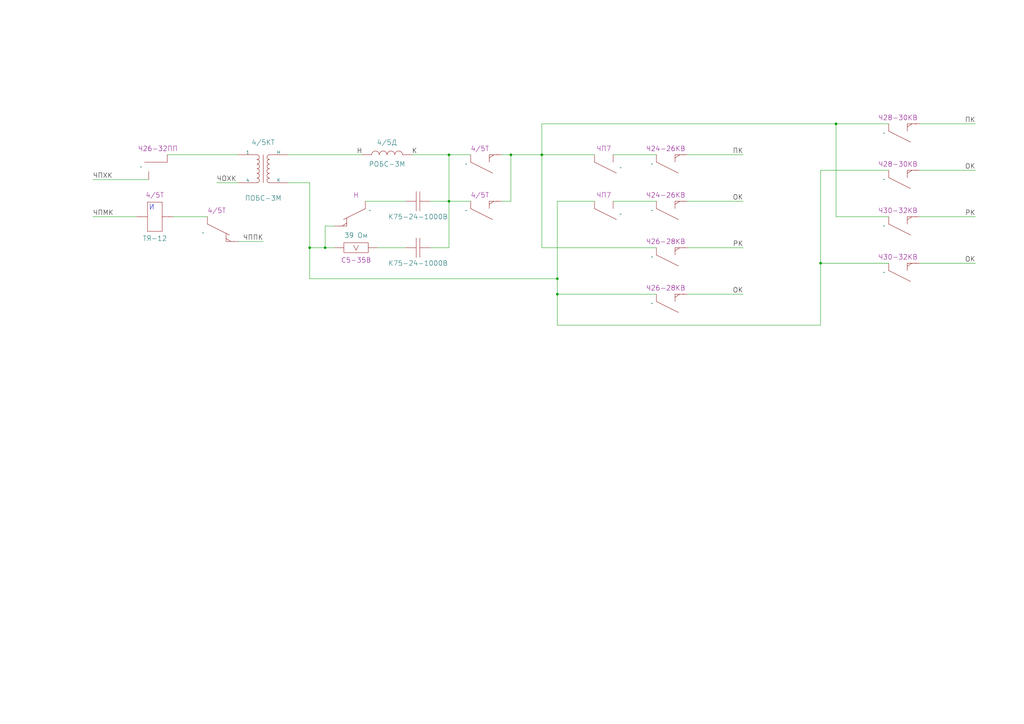
<source format=kicad_sch>
(kicad_sch (version 20231120) (generator "eeschema") (generator_version "8.0")
  (paper "A3")
  (title_block (title "Станция А") (company "МКТ РУТ (МИИТ)") (comment 1 "КП 27.02.03.03.000 ГЧ") (comment 2 "Сафранович") (comment 3 "Бузунова"))
  (lib_symbols
    (symbol "Blocks:ПТ/ПОБС" (pin_numbers hide) (pin_names (offset 0))
      (property "Reference" "ИПТ" (at 0 10.16 0))
      (property "Value" "ПТ/ПОБС" (at 0 -12.7 0))
      (symbol "ПТ/ПОБС_0_1"
        (arc (start -2.54 -6.35) (mid -1.5736 -5.3975) (end -2.54 -4.445))
        (arc (start -2.54 -4.445) (mid -1.5736 -3.4925) (end -2.54 -2.54))
        (arc (start -2.54 -2.54) (mid -1.5736 -1.5875) (end -2.54 -0.635))
        (arc (start -2.54 -0.635) (mid -1.5048 0.3175) (end -2.54 1.27))
        (arc (start -2.54 1.27) (mid -1.5428 2.2225) (end -2.54 3.175))
        (arc (start -2.54 3.175) (mid -1.5875 4.1275) (end -2.54 5.08))
        (polyline (pts (xy 0 -6.35) (xy 0 5.08)))
        (arc (start 2.54 -4.445) (mid 1.5452 -5.3975) (end 2.54 -6.35))
        (arc (start 2.54 -2.54) (mid 1.5452 -3.4925) (end 2.54 -4.445))
        (arc (start 2.54 -0.635) (mid 1.4998 -1.5875) (end 2.54 -2.54))
        (arc (start 2.54 1.27) (mid 1.5736 0.3175) (end 2.54 -0.635))
        (arc (start 2.54 3.175) (mid 1.5875 2.2225) (end 2.54 1.27))
        (arc (start 2.54 5.08) (mid 1.5633 4.1275) (end 2.54 3.175))
      )
      (symbol "ПТ/ПОБС_1_1"
        (pin passive line (at -10.16 5.08 0) (length 7.62) (name "1") (number "1"))
        (pin passive line (at -10.16 -6.35 0) (length 7.62) (name "4") (number "2"))
        (pin passive line (at 10.16 5.08 180) (length 7.62) (name "Н") (number "3"))
        (pin passive line (at 10.16 -6.35 180) (length 7.62) (name "К") (number "7"))
      )
    )
    (symbol "Device_GOST:C" (pin_numbers hide) (pin_names (offset 0) hide)
      (property "Reference" "C" (at 0.635 2.54 0))
      (property "Value" "C" (at 0.635 -3.175 0))
      (symbol "C_0_1"
        (polyline (pts (xy -3.9878 -0.762) (xy 3.9878 -0.762)))
        (polyline (pts (xy -3.9878 0.762) (xy 3.9878 0.762)))
      )
      (symbol "C_1_1"
        (pin passive line (at 0 5.08 270) (length 4.318) (name "~") (number "1"))
        (pin passive line (at 0 -5.08 90) (length 4.318) (name "~") (number "2"))
      )
    )
    (symbol "Device_GOST:L_INDUCTOR" (pin_numbers hide) (pin_names (offset 0) hide)
      (property "Reference" "L" (at 0 3.81 0))
      (property "Value" "L_INDUCTOR" (at 0 -2.54 0))
      (symbol "L_INDUCTOR_0_1"
        (arc (start -3.175 0) (mid -4.7498 1.5748) (end -6.35 0))
        (arc (start 0 0) (mid -1.5748 1.5748) (end -3.175 0))
        (arc (start 3.175 0) (mid 1.6002 1.5748) (end 0 0))
        (arc (start 6.35 0) (mid 4.7752 1.5748) (end 3.175 0))
      )
      (symbol "L_INDUCTOR_1_1"
        (pin passive line (at -10.16 0 0) (length 3.81) (name "~") (number "1"))
        (pin passive line (at 10.16 0 180) (length 3.81) (name "~") (number "2"))
      )
    )
    (symbol "Device_GOST:R_5W" (pin_numbers hide) (pin_names (offset 0) hide)
      (property "Reference" "R" (at 0 3.81 0))
      (property "Value" "R_5W" (at 0 -3.81 0))
      (symbol "R_5W_0_1"
        (rectangle (start -5.0038 2.0066) (end 5.0038 -2.0066))
        (polyline (pts (xy -1.016 1.016) (xy 0 -1.016)))
        (polyline (pts (xy 1.016 1.016) (xy 0 -1.016)))
      )
      (symbol "R_5W_1_1"
        (pin passive line (at -8.89 0 0) (length 3.8862) (name "~") (number "1"))
        (pin passive line (at 8.89 0 180) (length 3.8862) (name "~") (number "2"))
      )
    )
    (symbol "SCB_Relay:Кодовое" (pin_numbers hide) (pin_names (offset 0.002) hide)
      (property "Value" "КДРШ" (at 0 -8.89 0))
      (property "Обозначение реле" "К" (at 0 8.89 0))
      (symbol "Кодовое_0_1"
        (rectangle (start -3 6) (end 3 -6))
      )
      (symbol "Кодовое_1_1"
        (polyline (pts (xy -3 0) (xy -6 0)))
        (polyline (pts (xy 3 0) (xy 6 0)))
        (pin power_in line (at -7.62 0 0) (length 2) (name "") (number "1"))
        (pin power_in line (at 7.62 0 180) (length 2) (name "") (number "4"))
      )
      (symbol "Кодовое_2_1"
        (rectangle (start -3 -6) (end 3 -12))
        (polyline (pts (xy -2 -11) (xy -1 -11) (xy 1.5 -7) (xy 2.5 -7)))
        (pin power_in line (at -8 0 0) (length 5) (name "") (number "1"))
        (pin power_in line (at 8 0 180) (length 5) (name "") (number "4"))
      )
      (symbol "Кодовое_3_1"
        (rectangle (start -3 -6) (end 3 -12))
        (polyline (pts (xy -3 -6) (xy 3 -12)))
        (polyline (pts (xy 3 -6) (xy -3 -12)))
        (pin power_in line (at -8 0 0) (length 5) (name "") (number "1"))
        (pin power_in line (at 8 0 180) (length 5) (name "") (number "4"))
      )
      (symbol "Кодовое_4_1"
        (rectangle (start -3 -6) (end 3 -12))
        (polyline (pts (xy 3 -6) (xy -3 -12)))
        (pin power_in line (at -8 0 0) (length 5) (name "") (number "1"))
        (pin power_in line (at 8 0 180) (length 5) (name "") (number "4"))
      )
      (symbol "Кодовое_5_1"
        (rectangle (start -3 -6) (end 3 -12))
        (polyline (pts (xy -2 -10) (xy -2 -8)))
        (polyline (pts (xy -2 -9) (xy 2 -9)))
        (polyline (pts (xy 2 -10) (xy 2 -8)))
        (pin power_in line (at -8 0 0) (length 5) (name "") (number "1"))
        (pin power_in line (at 8 0 180) (length 5) (name "") (number "4"))
      )
    )
    (symbol "SCB_Relay:Контакт_нейтрального_якоря" (pin_numbers hide) (pin_names hide)
      (property "Обозначение реле" "Н" (at 0 2.54 0))
      (symbol "Контакт_нейтрального_якоря_0_1"
        (polyline (pts (xy -3.81 -3) (xy 5.19 -7.5)))
        (pin bidirectional line (at -3.81 0 270) (length 3) (name "") (number "1"))
      )
      (symbol "Контакт_нейтрального_якоря_1_1"
        (pin bidirectional line (at 3.81 0 270) (length 3) (name "") (number "2"))
        (pin bidirectional line (at 3.81 -10.16 90) (length 3.3) (name "") (number "3"))
      )
      (symbol "Контакт_нейтрального_якоря_2_1"
        (pin bidirectional line (at 3.81 -10.16 90) (length 3.3) (name "") (number "3"))
      )
      (symbol "Контакт_нейтрального_якоря_3_1"
        (pin bidirectional line (at 3.81 0 270) (length 3) (name "") (number "2"))
      )
      (symbol "Контакт_нейтрального_якоря_4_1"
        (polyline (pts (xy 3.81 -10.16) (xy 7.62 -10.16)))
        (polyline (pts (xy 3.81 -8.89) (xy 5.715 -10.16)))
        (polyline (pts (xy 3.81 -6.858) (xy 3.81 -10.16)))
        (polyline (pts (xy 3.81 -1.27) (xy 5.715 0)))
        (polyline (pts (xy 3.81 0) (xy 3.81 -3)))
        (polyline (pts (xy 3.81 0) (xy 7.62 0)))
        (pin bidirectional line (at -3.81 0 270) (length 3) (name "") (number "1"))
        (pin bidirectional line (at 8.89 0 180) (length 2) (name "") (number "2"))
        (pin bidirectional line (at 8.89 -10.16 180) (length 2) (name "") (number "3"))
      )
      (symbol "Контакт_нейтрального_якоря_5_1"
        (polyline (pts (xy 3.81 -1.27) (xy 5.715 0)))
        (polyline (pts (xy 3.81 0) (xy 3.81 -3)))
        (polyline (pts (xy 3.81 0) (xy 7.62 0)))
        (pin bidirectional line (at 8.89 0 180) (length 2) (name "") (number "2"))
      )
      (symbol "Контакт_нейтрального_якоря_6_1"
        (polyline (pts (xy 3.81 -8.89) (xy 5.715 -10.16)))
        (polyline (pts (xy 3.81 -6.858) (xy 3.81 -10.16) (xy 6.985 -10.16)))
        (pin bidirectional line (at 8.89 -10.16 180) (length 2) (name "") (number "3"))
      )
      (symbol "Контакт_нейтрального_якоря_7_1"
        (polyline (pts (xy 11.43 0) (xy 3.81 0) (xy 3.81 -3)))
        (polyline (pts (xy 3.81 0) (xy 5.5 1) (xy 8.5 -1) (xy 10 0)))
        (pin bidirectional line (at 12.7 0 180) (length 2) (name "") (number "2"))
        (pin bidirectional line (at 3.81 -10.16 90) (length 3.3) (name "") (number "3"))
      )
      (symbol "Контакт_нейтрального_якоря_8_1"
        (arc (start 5.5 -7.5) (mid 6.5355 -5) (end 5.5 -2.5))
        (pin bidirectional line (at 3.81 0 270) (length 3) (name "") (number "2"))
        (pin bidirectional line (at 3.81 -10.16 90) (length 3.3) (name "") (number "3"))
      )
      (symbol "Контакт_нейтрального_якоря_9_1"
        (polyline (pts (xy -3.5 -4.5) (xy -2.5 -5) (xy -2.25 -4.5)))
        (polyline (pts (xy 1.25 -6.5) (xy 1 -7) (xy 2 -7.5)))
        (arc (start 1.25 -6.5) (mid 0.5225 -3.7106) (end -2.25 -4.5))
        (pin bidirectional line (at 3.81 0 270) (length 3) (name "") (number "2"))
        (pin bidirectional line (at 3.81 -10.16 90) (length 3.3) (name "") (number "3"))
      )
      (symbol "Контакт_нейтрального_якоря_10_1"
        (polyline (pts (xy -3.5 -4.5) (xy -2.5 -5) (xy -2.25 -4.5)))
        (polyline (pts (xy 1.25 -6.5) (xy 1 -7) (xy 2 -7.5)))
        (arc (start 1.25 -6.5) (mid 0.5225 -3.7106) (end -2.25 -4.5))
        (pin bidirectional line (at 3.81 -10.16 90) (length 3.3) (name "") (number "3"))
      )
      (symbol "Контакт_нейтрального_якоря_11_1"
        (polyline (pts (xy -3.5 -4.5) (xy -2.5 -5) (xy -2.25 -4.5)))
        (polyline (pts (xy 1.25 -6.5) (xy 1 -7) (xy 2 -7.5)))
        (arc (start 1.25 -6.5) (mid 0.5225 -3.7106) (end -2.25 -4.5))
        (pin bidirectional line (at 3.81 0 270) (length 3) (name "") (number "2"))
      )
    )
    (symbol "SCB_Relay:Контакт_нейтрального_якоря_НЗ" (pin_numbers hide) (pin_names hide)
      (property "Обозначение реле" "Н" (at 0 2.54 0))
      (symbol "Контакт_нейтрального_якоря_НЗ_0_1"
        (polyline (pts (xy -3.81 -3) (xy 5.5 -3)))
        (pin bidirectional line (at -3.81 0 270) (length 3) (name "") (number "1"))
      )
      (symbol "Контакт_нейтрального_якоря_НЗ_1_1"
        (pin bidirectional line (at 3.81 0 270) (length 3) (name "") (number "2"))
        (pin bidirectional line (at 3.81 -10.16 90) (length 3.3) (name "") (number "3"))
      )
      (symbol "Контакт_нейтрального_якоря_НЗ_2_1"
        (pin bidirectional line (at 3.81 -10.16 90) (length 3.3) (name "") (number "3"))
      )
      (symbol "Контакт_нейтрального_якоря_НЗ_3_1"
        (pin bidirectional line (at 3.81 0 270) (length 3) (name "") (number "2"))
      )
      (symbol "Контакт_нейтрального_якоря_НЗ_4_1"
        (polyline (pts (xy 3.81 -10.16) (xy 7.62 -10.16)))
        (polyline (pts (xy 3.81 -8.89) (xy 5.715 -10.16)))
        (polyline (pts (xy 3.81 -6.858) (xy 3.81 -10.16)))
        (polyline (pts (xy 3.81 -1.27) (xy 5.715 0)))
        (polyline (pts (xy 3.81 0) (xy 3.81 -3)))
        (polyline (pts (xy 3.81 0) (xy 7.62 0)))
        (pin bidirectional line (at -3.81 0 270) (length 3) (name "") (number "1"))
        (pin bidirectional line (at 8.89 0 180) (length 2) (name "") (number "2"))
        (pin bidirectional line (at 8.89 -10.16 180) (length 2) (name "") (number "3"))
      )
      (symbol "Контакт_нейтрального_якоря_НЗ_5_1"
        (polyline (pts (xy 3.81 -1.27) (xy 5.715 0)))
        (polyline (pts (xy 3.81 0) (xy 3.81 -3)))
        (polyline (pts (xy 3.81 0) (xy 7.62 0)))
        (pin bidirectional line (at 8.89 0 180) (length 2) (name "") (number "2"))
      )
      (symbol "Контакт_нейтрального_якоря_НЗ_6_1"
        (polyline (pts (xy 3.81 -8.89) (xy 5.715 -10.16)))
        (polyline (pts (xy 3.81 -6.858) (xy 3.81 -10.16) (xy 6.985 -10.16)))
        (pin bidirectional line (at 8.89 -10.16 180) (length 2) (name "") (number "3"))
      )
      (symbol "Контакт_нейтрального_якоря_НЗ_7_1"
        (polyline (pts (xy 11.43 0) (xy 3.81 0) (xy 3.81 -3)))
        (polyline (pts (xy 3.81 0) (xy 5.5 1) (xy 8.5 -1) (xy 10 0)))
        (pin bidirectional line (at 12.7 0 180) (length 2) (name "") (number "2"))
        (pin bidirectional line (at 3.81 -10.16 90) (length 3.3) (name "") (number "3"))
      )
      (symbol "Контакт_нейтрального_якоря_НЗ_8_1"
        (arc (start 5.5 -7.5) (mid 6.5355 -5) (end 5.5 -2.5))
        (pin bidirectional line (at 3.81 0 270) (length 3) (name "") (number "2"))
        (pin bidirectional line (at 3.81 -10.16 90) (length 3.3) (name "") (number "3"))
      )
    )
  )
  (junction (at 336.55 107.95))
  (junction (at 228.6 114.3))
  (junction (at 342.9 50.8))
  (junction (at 127 101.6))
  (junction (at 184.15 63.5))
  (junction (at 209.55 63.5))
  (junction (at 184.15 82.55))
  (junction (at 133.35 101.6))
  (junction (at 228.6 120.65))
  (junction (at 222.25 63.5))
  (wire (pts (xy 97.79 99.06) (xy 107.95 99.06)))
  (wire (pts (xy 281.94 63.5) (xy 304.8 63.5)))
  (wire (pts (xy 377.19 107.95) (xy 400.05 107.95)))
  (wire (pts (xy 281.94 82.55) (xy 304.8 82.55)))
  (wire (pts (xy 71.12 88.9) (xy 85.09 88.9)))
  (wire (pts (xy 281.94 120.65) (xy 304.8 120.65)))
  (wire (pts (xy 118.11 74.93) (xy 127 74.93)))
  (wire (pts (xy 222.25 50.8) (xy 342.9 50.8)))
  (wire (pts (xy 137.16 101.6) (xy 133.35 101.6)))
  (wire (pts (xy 184.15 63.5) (xy 193.04 63.5)))
  (wire (pts (xy 168.91 63.5) (xy 184.15 63.5)))
  (wire (pts (xy 209.55 63.5) (xy 222.25 63.5)))
  (wire (pts (xy 127 114.3) (xy 228.6 114.3)))
  (wire (pts (xy 251.46 63.5) (xy 269.24 63.5)))
  (wire (pts (xy 336.55 69.85) (xy 336.55 107.95)))
  (wire (pts (xy 377.19 69.85) (xy 400.05 69.85)))
  (wire (pts (xy 68.58 63.5) (xy 97.79 63.5)))
  (wire (pts (xy 184.15 63.5) (xy 184.15 82.55)))
  (wire (pts (xy 336.55 107.95) (xy 364.49 107.95)))
  (wire (pts (xy 38.1 73.66) (xy 60.96 73.66)))
  (wire (pts (xy 127 101.6) (xy 127 114.3)))
  (wire (pts (xy 133.35 101.6) (xy 133.35 92.71)))
  (wire (pts (xy 377.19 88.9) (xy 400.05 88.9)))
  (wire (pts (xy 205.74 63.5) (xy 209.55 63.5)))
  (wire (pts (xy 222.25 63.5) (xy 222.25 50.8)))
  (wire (pts (xy 228.6 82.55) (xy 243.84 82.55)))
  (wire (pts (xy 118.11 63.5) (xy 148.59 63.5)))
  (wire (pts (xy 133.35 92.71) (xy 137.16 92.71)))
  (wire (pts (xy 176.53 82.55) (xy 184.15 82.55)))
  (wire (pts (xy 149.86 82.55) (xy 166.37 82.55)))
  (wire (pts (xy 342.9 50.8) (xy 364.49 50.8)))
  (wire (pts (xy 377.19 50.8) (xy 400.05 50.8)))
  (wire (pts (xy 127 101.6) (xy 133.35 101.6)))
  (wire (pts (xy 222.25 63.5) (xy 222.25 101.6)))
  (wire (pts (xy 209.55 82.55) (xy 209.55 63.5)))
  (wire (pts (xy 342.9 88.9) (xy 364.49 88.9)))
  (wire (pts (xy 154.94 101.6) (xy 166.37 101.6)))
  (wire (pts (xy 336.55 107.95) (xy 336.55 133.35)))
  (wire (pts (xy 251.46 82.55) (xy 269.24 82.55)))
  (wire (pts (xy 228.6 114.3) (xy 228.6 82.55)))
  (wire (pts (xy 205.74 82.55) (xy 209.55 82.55)))
  (wire (pts (xy 228.6 114.3) (xy 228.6 120.65)))
  (wire (pts (xy 281.94 101.6) (xy 304.8 101.6)))
  (wire (pts (xy 228.6 120.65) (xy 269.24 120.65)))
  (wire (pts (xy 336.55 69.85) (xy 364.49 69.85)))
  (wire (pts (xy 222.25 101.6) (xy 269.24 101.6)))
  (wire (pts (xy 88.9 74.93) (xy 97.79 74.93)))
  (wire (pts (xy 38.1 88.9) (xy 55.88 88.9)))
  (wire (pts (xy 184.15 101.6) (xy 184.15 82.55)))
  (wire (pts (xy 193.04 82.55) (xy 184.15 82.55)))
  (wire (pts (xy 222.25 63.5) (xy 243.84 63.5)))
  (wire (pts (xy 228.6 120.65) (xy 228.6 133.35)))
  (wire (pts (xy 228.6 133.35) (xy 336.55 133.35)))
  (wire (pts (xy 127 74.93) (xy 127 101.6)))
  (wire (pts (xy 176.53 101.6) (xy 184.15 101.6)))
  (wire (pts (xy 342.9 50.8) (xy 342.9 88.9)))
  (text "И" (at 62.23 85.09 0) (effects (font (size 2 2))))
  (label "РК" (at 400.05 88.9 180) (effects (font (size 2 2))) (property "Netclass" "Цепь" (effects (hide yes))))
  (label "К" (at 168.91 63.5 0) (effects (font (size 2 2))))
  (label "РК" (at 304.8 101.6 180) (effects (font (size 2 2))) (property "Netclass" "Цепь" (effects (hide yes))))
  (label "ОК" (at 400.05 69.85 180) (effects (font (size 2 2))) (property "Netclass" "Цепь" (effects (hide yes))))
  (label "ЧППК" (at 107.95 99.06 180) (effects (font (size 2 2))) (property "Netclass" "Цепь" (effects (hide yes))))
  (label "ЧПМК" (at 38.1 88.9 0) (effects (font (size 2 2))) (property "Netclass" "Цепь" (effects (hide yes))))
  (label "ОК" (at 304.8 120.65 180) (effects (font (size 2 2))) (property "Netclass" "Цепь" (effects (hide yes))))
  (label "ПК" (at 304.8 63.5 180) (effects (font (size 2 2))) (property "Netclass" "Цепь" (effects (hide yes))))
  (label "ОК" (at 400.05 107.95 180) (effects (font (size 2 2))) (property "Netclass" "Цепь" (effects (hide yes))))
  (label "ЧОХК" (at 88.9 74.93 0) (effects (font (size 2 2))) (property "Netclass" "Цепь" (effects (hide yes))))
  (label "Н" (at 148.59 63.5 180) (effects (font (size 2 2))))
  (label "ПК" (at 400.05 50.8 180) (effects (font (size 2 2))) (property "Netclass" "Цепь" (effects (hide yes))))
  (label "ОК" (at 304.8 82.55 180) (effects (font (size 2 2))) (property "Netclass" "Цепь" (effects (hide yes))))
  (label "ЧПХК" (at 38.1 73.66 0) (effects (font (size 2 2))) (property "Netclass" "Цепь" (effects (hide yes))))
  (symbol (lib_id "SCB_Relay:Контакт_нейтрального_якоря") (at 368.3 88.9 0) (unit 5)
    (property "Reference" "Н111111" (effects (hide yes)))
    (property "Value" "~" (at 363.22 92.65 0) (effects (justify right)))
    (property "Обозначение реле" "Ч30-32КВ" (at 368.3 86.36 0) (effects (font (size 2 2))))
  )
  (symbol (lib_id "SCB_Relay:Контакт_нейтрального_якоря") (at 273.05 120.65 0) (unit 5)
    (property "Reference" "Н1116" (effects (hide yes)))
    (property "Value" "~" (at 267.97 124.4 0) (effects (justify right)))
    (property "Обозначение реле" "Ч26-28КВ" (at 273.05 118.11 0) (effects (font (size 2 2))))
  )
  (symbol (lib_id "SCB_Relay:Контакт_нейтрального_якоря") (at 196.85 82.55 0) (unit 5)
    (property "Reference" "Н111" (effects (hide yes)))
    (property "Value" "~" (at 191.77 86.3 0) (effects (justify right)))
    (property "Обозначение реле" "4/5Т" (at 196.85 80.01 0) (effects (font (size 2 2))))
  )
  (symbol (lib_id "SCB_Relay:Контакт_нейтрального_якоря") (at 247.65 82.55 0) (unit 3)
    (property "Reference" "Н113" (effects (hide yes)))
    (property "Value" "~" (at 254 87.8 0) (effects (justify left)))
    (property "Обозначение реле" "ЧП7" (at 247.65 80.01 0) (effects (font (size 2 2))))
  )
  (symbol (lib_id "SCB_Relay:Контакт_нейтрального_якоря") (at 273.05 101.6 0) (unit 5)
    (property "Reference" "Н1116" (effects (hide yes)))
    (property "Value" "~" (at 267.97 105.35 0) (effects (justify right)))
    (property "Обозначение реле" "Ч26-28КВ" (at 273.05 99.06 0) (effects (font (size 2 2))))
  )
  (symbol (lib_id "SCB_Relay:Контакт_нейтрального_якоря") (at 368.3 50.8 0) (unit 5)
    (property "Reference" "Н11112" (effects (hide yes)))
    (property "Value" "~" (at 363.22 54.55 0) (effects (justify right)))
    (property "Обозначение реле" "Ч28-30КВ" (at 368.3 48.26 0) (effects (font (size 2 2))))
  )
  (symbol (lib_id "SCB_Relay:Контакт_нейтрального_якоря") (at 368.3 107.95 0) (unit 5)
    (property "Reference" "Н111212" (effects (hide yes)))
    (property "Value" "~" (at 363.22 111.7 0) (effects (justify right)))
    (property "Обозначение реле" "Ч30-32КВ" (at 368.3 105.41 0) (effects (font (size 2 2))))
  )
  (symbol (lib_id "SCB_Relay:Контакт_нейтрального_якоря") (at 368.3 69.85 0) (unit 5)
    (property "Reference" "Н11122" (effects (hide yes)))
    (property "Value" "~" (at 363.22 73.6 0) (effects (justify right)))
    (property "Обозначение реле" "Ч28-30КВ" (at 368.3 67.31 0) (effects (font (size 2 2))))
  )
  (symbol (lib_id "Blocks:ПТ/ПОБС") (at 107.95 68.58 0) (unit 1)
    (property "Reference" "4/5КТ" (at 107.95 58.42 0) (effects (font (size 2 2))))
    (property "Value" "ПОБС-3М" (at 107.95 81.28 0) (effects (font (size 2 2))))
  )
  (symbol (lib_id "Device_GOST:C") (at 171.45 101.6 90) (mirror x) (unit 1)
    (property "Reference" "C34" (effects (hide yes)))
    (property "Value" "К75-24-1000В" (at 171.45 107.95 90) (effects (font (size 2.0066 2.0066))))
  )
  (symbol (lib_id "Device_GOST:R_5W") (at 146.05 101.6 0) (mirror y) (unit 1)
    (property "Reference" "R26" (effects (hide yes)))
    (property "Value" "39 Ом" (at 146.05 96.52 0) (effects (font (size 2.0066 2.0066))))
    (property "Тип" "C5-35В" (at 146.05 106.68 0) (effects (font (size 2 2))))
  )
  (symbol (lib_id "SCB_Relay:Контакт_нейтрального_якоря") (at 146.05 82.55 0) (mirror y) (unit 6)
    (property "Reference" "Н1111" (effects (hide yes)))
    (property "Value" "~" (at 151.13 86.3 0) (effects (justify right)))
    (property "Обозначение реле" "Н" (at 146.05 80.01 0) (effects (font (size 2 2))))
  )
  (symbol (lib_id "SCB_Relay:Контакт_нейтрального_якоря") (at 196.85 63.5 0) (unit 5)
    (property "Reference" "Н11" (effects (hide yes)))
    (property "Value" "~" (at 191.77 67.25 0) (effects (justify right)))
    (property "Обозначение реле" "4/5Т" (at 196.85 60.96 0) (effects (font (size 2 2))))
  )
  (symbol (lib_id "Device_GOST:C") (at 171.45 82.55 90) (mirror x) (unit 1)
    (property "Reference" "C33" (effects (hide yes)))
    (property "Value" "К75-24-1000В" (at 171.45 88.9 90) (effects (font (size 2.0066 2.0066))))
  )
  (symbol (lib_id "SCB_Relay:Контакт_нейтрального_якоря_НЗ") (at 64.77 63.5 0) (mirror y) (unit 2)
    (property "Reference" "Н1111111" (effects (hide yes)))
    (property "Value" "~" (at 58.42 68.43 0) (effects (justify left)))
    (property "Обозначение реле" "Ч26-32ПП" (at 64.77 60.96 0) (effects (font (size 2 2))))
  )
  (symbol (lib_id "SCB_Relay:Контакт_нейтрального_якоря") (at 273.05 82.55 0) (unit 5)
    (property "Reference" "Н1115" (effects (hide yes)))
    (property "Value" "~" (at 267.97 86.3 0) (effects (justify right)))
    (property "Обозначение реле" "Ч24-26КВ" (at 273.05 80.01 0) (effects (font (size 2 2))))
  )
  (symbol (lib_id "SCB_Relay:Кодовое") (at 63.5 88.9 0) (unit 1)
    (property "Reference" "К1111" (effects (hide yes)))
    (property "Value" "ТЯ-12" (at 63.5 97.79 0) (effects (font (size 2 2))))
    (property "Обозначение реле" "4/5Т" (at 63.5 80.01 0) (effects (font (size 2 2))))
  )
  (symbol (lib_id "SCB_Relay:Контакт_нейтрального_якоря") (at 88.9 88.9 0) (unit 6)
    (property "Reference" "Н1111" (effects (hide yes)))
    (property "Value" "~" (at 83.82 95.48 0) (effects (justify right)))
    (property "Обозначение реле" "4/5Т" (at 88.9 86.36 0) (effects (font (size 2 2))))
  )
  (symbol (lib_id "Device_GOST:L_INDUCTOR") (at 158.75 63.5 0) (unit 1)
    (property "Reference" "4/5Д" (at 158.75 58.42 0) (effects (font (size 2.0066 2.0066))))
    (property "Value" "РОБС-3М" (at 158.75 67.31 0) (effects (font (size 2.0066 2.0066))))
  )
  (symbol (lib_id "SCB_Relay:Контакт_нейтрального_якоря") (at 273.05 63.5 0) (unit 5)
    (property "Reference" "Н1114" (effects (hide yes)))
    (property "Value" "~" (at 267.97 67.25 0) (effects (justify right)))
    (property "Обозначение реле" "Ч24-26КВ" (at 273.05 60.96 0) (effects (font (size 2 2))))
  )
  (symbol (lib_id "SCB_Relay:Контакт_нейтрального_якоря") (at 247.65 63.5 0) (unit 3)
    (property "Reference" "Н113" (effects (hide yes)))
    (property "Value" "~" (at 254 68.75 0) (effects (justify left)))
    (property "Обозначение реле" "ЧП7" (at 247.65 60.96 0) (effects (font (size 2 2))))
  )
)
</source>
